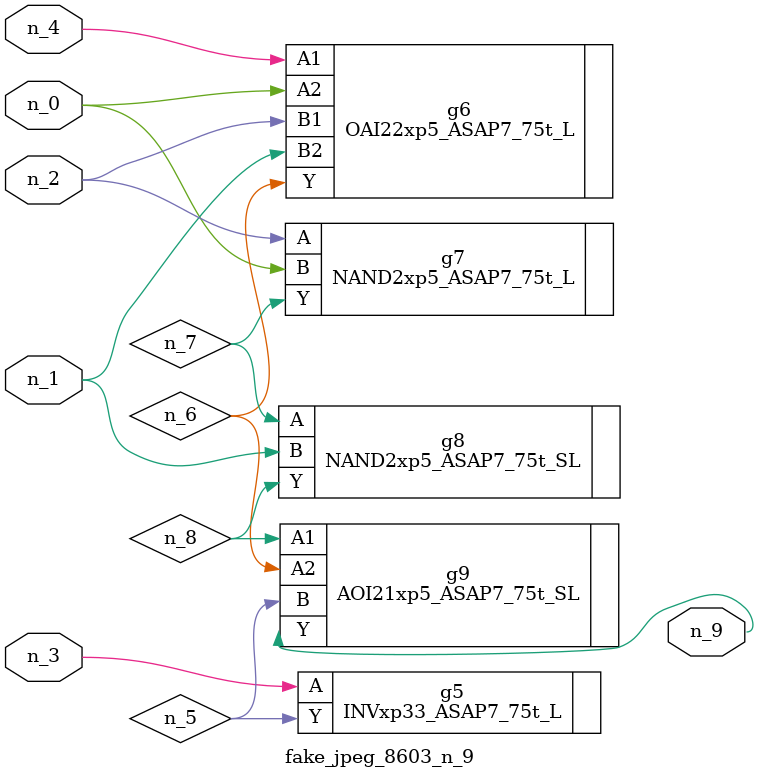
<source format=v>
module fake_jpeg_8603_n_9 (n_3, n_2, n_1, n_0, n_4, n_9);

input n_3;
input n_2;
input n_1;
input n_0;
input n_4;

output n_9;

wire n_8;
wire n_6;
wire n_5;
wire n_7;

INVxp33_ASAP7_75t_L g5 ( 
.A(n_3),
.Y(n_5)
);

OAI22xp5_ASAP7_75t_L g6 ( 
.A1(n_4),
.A2(n_0),
.B1(n_2),
.B2(n_1),
.Y(n_6)
);

NAND2xp5_ASAP7_75t_L g7 ( 
.A(n_2),
.B(n_0),
.Y(n_7)
);

NAND2xp5_ASAP7_75t_SL g8 ( 
.A(n_7),
.B(n_1),
.Y(n_8)
);

AOI21xp5_ASAP7_75t_SL g9 ( 
.A1(n_8),
.A2(n_6),
.B(n_5),
.Y(n_9)
);


endmodule
</source>
